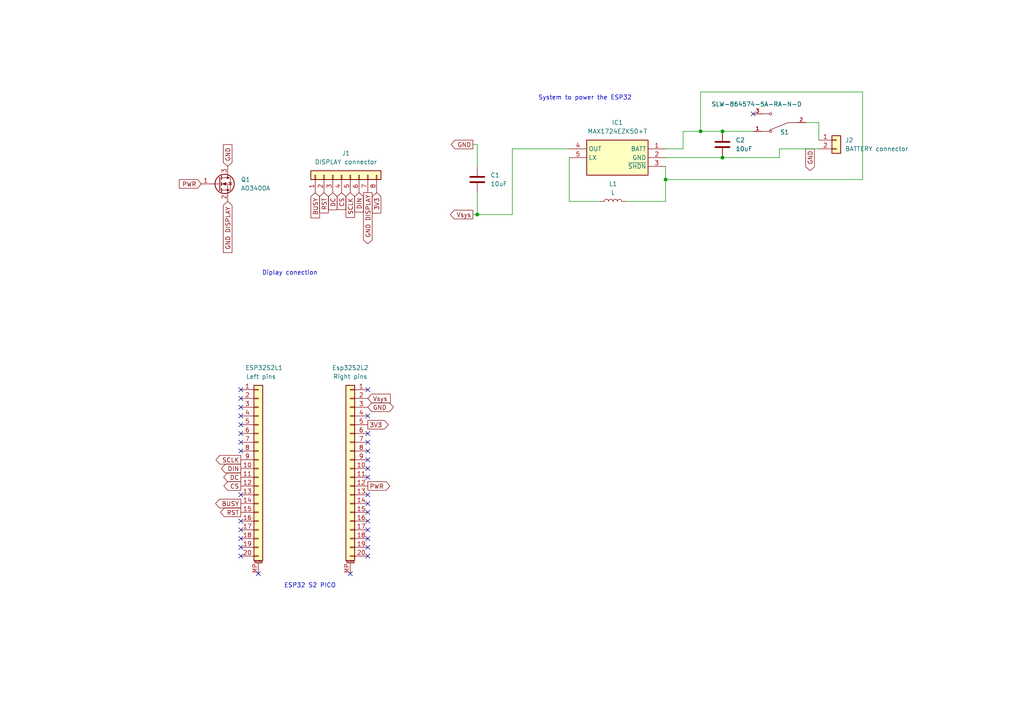
<source format=kicad_sch>
(kicad_sch (version 20250114) (generator "eeschema") (generator_version "9.0")
  (paper "A4")
  (title_block (title "PCB hat for esp 32 S2 pico"))
  (lib_symbols
    (symbol "Connector_Generic:Conn_01x02" (pin_names (offset 1.016) (hide yes))
      (property "Reference" "J" (at 0 2.54 0))
      (property "Value" "Conn_01x02" (at 0 -5.08 0))
      (symbol "Conn_01x02_1_1"
        (rectangle (start -1.27 1.27) (end 1.27 -3.81) (stroke (width 0.254)) (fill (type background)))
        (rectangle (start -1.27 0.127) (end 0 -0.127) (stroke (width 0.1524)))
        (rectangle (start -1.27 -2.413) (end 0 -2.667) (stroke (width 0.1524)))
        (pin passive line (at -5.08 0 0) (length 3.81) (name "Pin_1") (number "1"))
        (pin passive line (at -5.08 -2.54 0) (length 3.81) (name "Pin_2") (number "2"))
      )
    )
    (symbol "Connector_Generic:Conn_01x08" (pin_names (offset 1.016) (hide yes))
      (property "Reference" "J" (at 0 10.16 0))
      (property "Value" "Conn_01x08" (at 0 -12.7 0))
      (symbol "Conn_01x08_1_1"
        (rectangle (start -1.27 8.89) (end 1.27 -11.43) (stroke (width 0.254)) (fill (type background)))
        (rectangle (start -1.27 7.747) (end 0 7.493) (stroke (width 0.1524)))
        (rectangle (start -1.27 5.207) (end 0 4.953) (stroke (width 0.1524)))
        (rectangle (start -1.27 2.667) (end 0 2.413) (stroke (width 0.1524)))
        (rectangle (start -1.27 0.127) (end 0 -0.127) (stroke (width 0.1524)))
        (rectangle (start -1.27 -2.413) (end 0 -2.667) (stroke (width 0.1524)))
        (rectangle (start -1.27 -4.953) (end 0 -5.207) (stroke (width 0.1524)))
        (rectangle (start -1.27 -7.493) (end 0 -7.747) (stroke (width 0.1524)))
        (rectangle (start -1.27 -10.033) (end 0 -10.287) (stroke (width 0.1524)))
        (pin passive line (at -5.08 7.62 0) (length 3.81) (name "Pin_1") (number "1"))
        (pin passive line (at -5.08 5.08 0) (length 3.81) (name "Pin_2") (number "2"))
        (pin passive line (at -5.08 2.54 0) (length 3.81) (name "Pin_3") (number "3"))
        (pin passive line (at -5.08 0 0) (length 3.81) (name "Pin_4") (number "4"))
        (pin passive line (at -5.08 -2.54 0) (length 3.81) (name "Pin_5") (number "5"))
        (pin passive line (at -5.08 -5.08 0) (length 3.81) (name "Pin_6") (number "6"))
        (pin passive line (at -5.08 -7.62 0) (length 3.81) (name "Pin_7") (number "7"))
        (pin passive line (at -5.08 -10.16 0) (length 3.81) (name "Pin_8") (number "8"))
      )
    )
    (symbol "Connector_Generic_MountingPin:Conn_01x20_MountingPin" (pin_names (offset 1.016) (hide yes))
      (property "Reference" "J" (at 0 25.4 0))
      (property "Value" "Conn_01x20_MountingPin" (at 1.27 -27.94 0))
      (symbol "Conn_01x20_MountingPin_1_1"
        (rectangle (start -1.27 24.13) (end 1.27 -26.67) (stroke (width 0.254)) (fill (type background)))
        (rectangle (start -1.27 22.987) (end 0 22.733) (stroke (width 0.1524)))
        (rectangle (start -1.27 20.447) (end 0 20.193) (stroke (width 0.1524)))
        (rectangle (start -1.27 17.907) (end 0 17.653) (stroke (width 0.1524)))
        (rectangle (start -1.27 15.367) (end 0 15.113) (stroke (width 0.1524)))
        (rectangle (start -1.27 12.827) (end 0 12.573) (stroke (width 0.1524)))
        (rectangle (start -1.27 10.287) (end 0 10.033) (stroke (width 0.1524)))
        (rectangle (start -1.27 7.747) (end 0 7.493) (stroke (width 0.1524)))
        (rectangle (start -1.27 5.207) (end 0 4.953) (stroke (width 0.1524)))
        (rectangle (start -1.27 2.667) (end 0 2.413) (stroke (width 0.1524)))
        (rectangle (start -1.27 0.127) (end 0 -0.127) (stroke (width 0.1524)))
        (rectangle (start -1.27 -2.413) (end 0 -2.667) (stroke (width 0.1524)))
        (rectangle (start -1.27 -4.953) (end 0 -5.207) (stroke (width 0.1524)))
        (rectangle (start -1.27 -7.493) (end 0 -7.747) (stroke (width 0.1524)))
        (rectangle (start -1.27 -10.033) (end 0 -10.287) (stroke (width 0.1524)))
        (rectangle (start -1.27 -12.573) (end 0 -12.827) (stroke (width 0.1524)))
        (rectangle (start -1.27 -15.113) (end 0 -15.367) (stroke (width 0.1524)))
        (rectangle (start -1.27 -17.653) (end 0 -17.907) (stroke (width 0.1524)))
        (rectangle (start -1.27 -20.193) (end 0 -20.447) (stroke (width 0.1524)))
        (rectangle (start -1.27 -22.733) (end 0 -22.987) (stroke (width 0.1524)))
        (rectangle (start -1.27 -25.273) (end 0 -25.527) (stroke (width 0.1524)))
        (polyline (pts (xy -1.016 -27.432) (xy 1.016 -27.432)) (stroke (width 0.1524)))
        (text "Mounting" (at 0 -27.051 0) (effects (font (size 0.381 0.381))))
        (pin passive line (at -5.08 22.86 0) (length 3.81) (name "Pin_1") (number "1"))
        (pin passive line (at -5.08 20.32 0) (length 3.81) (name "Pin_2") (number "2"))
        (pin passive line (at -5.08 17.78 0) (length 3.81) (name "Pin_3") (number "3"))
        (pin passive line (at -5.08 15.24 0) (length 3.81) (name "Pin_4") (number "4"))
        (pin passive line (at -5.08 12.7 0) (length 3.81) (name "Pin_5") (number "5"))
        (pin passive line (at -5.08 10.16 0) (length 3.81) (name "Pin_6") (number "6"))
        (pin passive line (at -5.08 7.62 0) (length 3.81) (name "Pin_7") (number "7"))
        (pin passive line (at -5.08 5.08 0) (length 3.81) (name "Pin_8") (number "8"))
        (pin passive line (at -5.08 2.54 0) (length 3.81) (name "Pin_9") (number "9"))
        (pin passive line (at -5.08 0 0) (length 3.81) (name "Pin_10") (number "10"))
        (pin passive line (at -5.08 -2.54 0) (length 3.81) (name "Pin_11") (number "11"))
        (pin passive line (at -5.08 -5.08 0) (length 3.81) (name "Pin_12") (number "12"))
        (pin passive line (at -5.08 -7.62 0) (length 3.81) (name "Pin_13") (number "13"))
        (pin passive line (at -5.08 -10.16 0) (length 3.81) (name "Pin_14") (number "14"))
        (pin passive line (at -5.08 -12.7 0) (length 3.81) (name "Pin_15") (number "15"))
        (pin passive line (at -5.08 -15.24 0) (length 3.81) (name "Pin_16") (number "16"))
        (pin passive line (at -5.08 -17.78 0) (length 3.81) (name "Pin_17") (number "17"))
        (pin passive line (at -5.08 -20.32 0) (length 3.81) (name "Pin_18") (number "18"))
        (pin passive line (at -5.08 -22.86 0) (length 3.81) (name "Pin_19") (number "19"))
        (pin passive line (at -5.08 -25.4 0) (length 3.81) (name "Pin_20") (number "20"))
        (pin passive line (at 0 -30.48 90) (length 3.048) (name "MountPin") (number "MP"))
      )
    )
    (symbol "Device:C" (pin_numbers (hide yes)) (pin_names (offset 0.254))
      (property "Reference" "C" (at 0.635 2.54 0))
      (property "Value" "C" (at 0.635 -2.54 0))
      (symbol "C_0_1"
        (polyline (pts (xy -2.032 0.762) (xy 2.032 0.762)) (stroke (width 0.508)))
        (polyline (pts (xy -2.032 -0.762) (xy 2.032 -0.762)) (stroke (width 0.508)))
      )
      (symbol "C_1_1"
        (pin passive line (at 0 3.81 270) (length 2.794) (name "~") (number "1"))
        (pin passive line (at 0 -3.81 90) (length 2.794) (name "~") (number "2"))
      )
    )
    (symbol "Device:L" (pin_numbers (hide yes)) (pin_names (offset 1.016) (hide yes))
      (property "Reference" "L" (at -1.27 0 90))
      (property "Value" "L" (at 1.905 0 90))
      (symbol "L_0_1"
        (arc (start 0 2.54) (mid 0.6323 1.905) (end 0 1.27))
        (arc (start 0 1.27) (mid 0.6323 0.635) (end 0 0))
        (arc (start 0 0) (mid 0.6323 -0.635) (end 0 -1.27))
        (arc (start 0 -1.27) (mid 0.6323 -1.905) (end 0 -2.54))
      )
      (symbol "L_1_1"
        (pin passive line (at 0 3.81 270) (length 1.27) (name "1") (number "1"))
        (pin passive line (at 0 -3.81 90) (length 1.27) (name "2") (number "2"))
      )
    )
    (symbol "MAX1724EZK50+T:MAX1724EZK50+T"
      (property "Reference" "IC" (at 24.13 7.62 0))
      (property "Value" "MAX1724EZK50+T" (at 24.13 5.08 0))
      (symbol "MAX1724EZK50+T_1_1"
        (rectangle (start 5.08 2.54) (end 22.86 -7.62) (stroke (width 0.254)) (fill (type background)))
        (pin passive line (at 0 0 0) (length 5.08) (name "BATT") (number "1"))
        (pin passive line (at 0 -2.54 0) (length 5.08) (name "GND") (number "2"))
        (pin passive line (at 0 -5.08 0) (length 5.08) (name "~{SHDN}") (number "3"))
        (pin passive line (at 27.94 0 180) (length 5.08) (name "OUT") (number "4"))
        (pin passive line (at 27.94 -2.54 180) (length 5.08) (name "LX") (number "5"))
      )
    )
    (symbol "SLW-864574-5A-RA-N-D:SLW-864574-5A-RA-N-D" (pin_names (offset 1.016))
      (property "Reference" "S" (at -2.54 5.08 0))
      (property "Value" "SLW-864574-5A-RA-N-D" (at -2.54 -5.08 0))
      (symbol "SLW-864574-5A-RA-N-D_0_0"
        (polyline (pts (xy -2.54 0) (xy -5.08 0)) (stroke (width 0.1524)))
        (polyline (pts (xy -2.54 0) (xy 2.794 2.1336)) (stroke (width 0.1524)))
        (circle (center 2.54 2.54) (radius 0.3302) (stroke (width 0.1524)))
        (circle (center 2.54 -2.54) (radius 0.3302) (stroke (width 0.1524)))
        (polyline (pts (xy 5.08 2.54) (xy 2.921 2.54)) (stroke (width 0.1524)))
        (polyline (pts (xy 5.08 -2.54) (xy 2.921 -2.54)) (stroke (width 0.1524)))
        (pin passive line (at -7.62 0 0) (length 2.54) (name "~") (number "2"))
        (pin passive line (at 7.62 2.54 180) (length 2.54) (name "~") (number "1"))
        (pin passive line (at 7.62 -2.54 180) (length 2.54) (name "~") (number "3"))
      )
    )
    (symbol "Transistor_FET:AO3400A" (pin_names (hide yes))
      (property "Reference" "Q" (at 5.08 1.905 0))
      (property "Value" "AO3400A" (at 5.08 0 0))
      (symbol "AO3400A_0_1"
        (polyline (pts (xy 0.254 1.905) (xy 0.254 -1.905)) (stroke (width 0.254)))
        (polyline (pts (xy 0.254 0) (xy -2.54 0)))
        (polyline (pts (xy 0.762 2.286) (xy 0.762 1.27)) (stroke (width 0.254)))
        (polyline (pts (xy 0.762 0.508) (xy 0.762 -0.508)) (stroke (width 0.254)))
        (polyline (pts (xy 0.762 -1.27) (xy 0.762 -2.286)) (stroke (width 0.254)))
        (polyline (pts (xy 0.762 -1.778) (xy 3.302 -1.778) (xy 3.302 1.778) (xy 0.762 1.778)))
        (polyline (pts (xy 1.016 0) (xy 2.032 0.381) (xy 2.032 -0.381) (xy 1.016 0)) (fill (type outline)))
        (circle (center 1.651 0) (radius 2.794) (stroke (width 0.254)))
        (polyline (pts (xy 2.54 2.54) (xy 2.54 1.778)))
        (circle (center 2.54 1.778) (radius 0.254) (fill (type outline)))
        (circle (center 2.54 -1.778) (radius 0.254) (fill (type outline)))
        (polyline (pts (xy 2.54 -2.54) (xy 2.54 0) (xy 0.762 0)))
        (polyline (pts (xy 2.794 0.508) (xy 2.921 0.381) (xy 3.683 0.381) (xy 3.81 0.254)))
        (polyline (pts (xy 3.302 0.381) (xy 2.921 -0.254) (xy 3.683 -0.254) (xy 3.302 0.381)))
      )
      (symbol "AO3400A_1_1"
        (pin input line (at -5.08 0 0) (length 2.54) (name "G") (number "1"))
        (pin passive line (at 2.54 5.08 270) (length 2.54) (name "D") (number "3"))
        (pin passive line (at 2.54 -5.08 90) (length 2.54) (name "S") (number "2"))
      )
    )
  )
  (text "System to power the ESP32 " (at 170.18 28.448 0) (effects (font (size 1.27 1.27))))
  (text "Diplay conection" (at 84.074 79.248 0) (effects (font (size 1.27 1.27))))
  (text "ESP32 S2 PICO" (at 89.916 169.926 0) (effects (font (size 1.27 1.27))))
  (junction (at 193.04 52.07))
  (junction (at 209.55 38.1))
  (junction (at 209.55 45.72))
  (junction (at 203.2 38.1))
  (junction (at 138.43 62.23))
  (no_connect (at 106.68 125.73))
  (no_connect (at 106.68 143.51))
  (no_connect (at 106.68 146.05))
  (no_connect (at 106.68 120.65))
  (no_connect (at 106.68 130.81))
  (no_connect (at 69.85 120.65))
  (no_connect (at 69.85 151.13))
  (no_connect (at 106.68 151.13))
  (no_connect (at 101.6 166.37))
  (no_connect (at 69.85 156.21))
  (no_connect (at 106.68 156.21))
  (no_connect (at 106.68 113.03))
  (no_connect (at 69.85 130.81))
  (no_connect (at 106.68 148.59))
  (no_connect (at 74.93 166.37))
  (no_connect (at 69.85 118.11))
  (no_connect (at 218.44 33.02))
  (no_connect (at 106.68 133.35))
  (no_connect (at 106.68 128.27))
  (no_connect (at 69.85 161.29))
  (no_connect (at 106.68 135.89))
  (no_connect (at 69.85 153.67))
  (no_connect (at 69.85 143.51))
  (no_connect (at 106.68 161.29))
  (no_connect (at 69.85 113.03))
  (no_connect (at 69.85 123.19))
  (no_connect (at 69.85 125.73))
  (no_connect (at 69.85 115.57))
  (no_connect (at 106.68 158.75))
  (no_connect (at 106.68 138.43))
  (no_connect (at 69.85 128.27))
  (no_connect (at 69.85 158.75))
  (no_connect (at 106.68 153.67))
  (wire (pts (xy 138.43 62.23) (xy 148.59 62.23)))
  (wire (pts (xy 209.55 45.72) (xy 193.04 45.72)))
  (wire (pts (xy 193.04 52.07) (xy 193.04 58.42)))
  (wire (pts (xy 250.19 26.67) (xy 250.19 52.07)))
  (wire (pts (xy 138.43 55.88) (xy 138.43 62.23)))
  (wire (pts (xy 233.68 35.56) (xy 237.49 35.56)))
  (wire (pts (xy 137.16 41.91) (xy 138.43 41.91)))
  (wire (pts (xy 148.59 43.18) (xy 165.1 43.18)))
  (wire (pts (xy 237.49 40.64) (xy 237.49 35.56)))
  (wire (pts (xy 198.12 43.18) (xy 198.12 38.1)))
  (wire (pts (xy 138.43 41.91) (xy 138.43 48.26)))
  (wire (pts (xy 198.12 38.1) (xy 203.2 38.1)))
  (wire (pts (xy 137.16 62.23) (xy 138.43 62.23)))
  (wire (pts (xy 209.55 38.1) (xy 218.44 38.1)))
  (wire (pts (xy 203.2 38.1) (xy 209.55 38.1)))
  (wire (pts (xy 226.06 43.18) (xy 237.49 43.18)))
  (wire (pts (xy 226.06 43.18) (xy 226.06 45.72)))
  (wire (pts (xy 203.2 26.67) (xy 203.2 38.1)))
  (wire (pts (xy 193.04 52.07) (xy 193.04 48.26)))
  (wire (pts (xy 173.99 58.42) (xy 165.1 58.42)))
  (wire (pts (xy 165.1 58.42) (xy 165.1 45.72)))
  (wire (pts (xy 193.04 43.18) (xy 198.12 43.18)))
  (wire (pts (xy 148.59 43.18) (xy 148.59 62.23)))
  (wire (pts (xy 193.04 52.07) (xy 250.19 52.07)))
  (wire (pts (xy 226.06 45.72) (xy 209.55 45.72)))
  (wire (pts (xy 250.19 26.67) (xy 203.2 26.67)))
  (wire (pts (xy 181.61 58.42) (xy 193.04 58.42)))
  (global_label "GND" (shape bidirectional) (at 106.68 118.11 0) (property "Intersheetrefs" "${INTERSHEET_REFS}" (effects (hide yes))))
  (global_label "SCLK" (shape output) (at 69.85 133.35 180) (property "Intersheetrefs" "${INTERSHEET_REFS}" (effects (hide yes))))
  (global_label "PWR" (shape output) (at 106.68 140.97 0) (property "Intersheetrefs" "${INTERSHEET_REFS}" (effects (hide yes))))
  (global_label "PWR" (shape input) (at 58.42 53.34 180) (property "Intersheetrefs" "${INTERSHEET_REFS}" (effects (hide yes))))
  (global_label "Vsys" (shape output) (at 137.16 62.23 180) (property "Intersheetrefs" "${INTERSHEET_REFS}" (effects (hide yes))))
  (global_label "3V3" (shape output) (at 106.68 123.19 0) (property "Intersheetrefs" "${INTERSHEET_REFS}" (effects (hide yes))))
  (global_label "GND" (shape output) (at 234.95 43.18 270) (property "Intersheetrefs" "${INTERSHEET_REFS}" (effects (hide yes))))
  (global_label "Vsys" (shape input) (at 106.68 115.57 0) (property "Intersheetrefs" "${INTERSHEET_REFS}" (effects (hide yes))))
  (global_label "GND" (shape input) (at 66.04 48.26 90) (property "Intersheetrefs" "${INTERSHEET_REFS}" (effects (hide yes))))
  (global_label "GND DISPLAY" (shape input) (at 66.04 58.42 270) (property "Intersheetrefs" "${INTERSHEET_REFS}" (effects (hide yes))))
  (global_label "DIN" (shape input) (at 104.14 55.88 270) (property "Intersheetrefs" "${INTERSHEET_REFS}" (effects (hide yes))))
  (global_label "3V3" (shape input) (at 109.22 55.88 270) (property "Intersheetrefs" "${INTERSHEET_REFS}" (effects (hide yes))))
  (global_label "CS" (shape output) (at 69.85 140.97 180) (property "Intersheetrefs" "${INTERSHEET_REFS}" (effects (hide yes))))
  (global_label "RST" (shape input) (at 93.98 55.88 270) (property "Intersheetrefs" "${INTERSHEET_REFS}" (effects (hide yes))))
  (global_label "DIN" (shape output) (at 69.85 135.89 180) (property "Intersheetrefs" "${INTERSHEET_REFS}" (effects (hide yes))))
  (global_label "SCLK" (shape input) (at 101.6 55.88 270) (property "Intersheetrefs" "${INTERSHEET_REFS}" (effects (hide yes))))
  (global_label "BUSY" (shape output) (at 69.85 146.05 180) (property "Intersheetrefs" "${INTERSHEET_REFS}" (effects (hide yes))))
  (global_label "GND DISPLAY" (shape output) (at 106.68 55.88 270) (property "Intersheetrefs" "${INTERSHEET_REFS}" (effects (hide yes))))
  (global_label "DC" (shape output) (at 69.85 138.43 180) (property "Intersheetrefs" "${INTERSHEET_REFS}" (effects (hide yes))))
  (global_label "CS" (shape input) (at 99.06 55.88 270) (property "Intersheetrefs" "${INTERSHEET_REFS}" (effects (hide yes))))
  (global_label "GND" (shape output) (at 137.16 41.91 180) (property "Intersheetrefs" "${INTERSHEET_REFS}" (effects (hide yes))))
  (global_label "BUSY" (shape input) (at 91.44 55.88 270) (property "Intersheetrefs" "${INTERSHEET_REFS}" (effects (hide yes))))
  (global_label "RST" (shape output) (at 69.85 148.59 180) (property "Intersheetrefs" "${INTERSHEET_REFS}" (effects (hide yes))))
  (global_label "DC" (shape input) (at 96.52 55.88 270) (property "Intersheetrefs" "${INTERSHEET_REFS}" (effects (hide yes))))
  (symbol (lib_id "SLW-864574-5A-RA-N-D:SLW-864574-5A-RA-N-D") (at 226.06 35.56 180) (unit 1)
    (property "Reference" "S1" (at 227.584 38.354 0))
    (property "Value" "SLW-864574-5A-RA-N-D" (at 219.456 30.226 0))
    (property "Footprint" "Library:SW_SLW-864574-5A-RA-N-D" (effects (hide yes)))
    (property "MF" "Same Sky" (effects (hide yes)))
    (property "Description_1" "8.6 x 4.5 x 6.2 mm, 5 mm Raised Slide Actuator, Right Angle, Through Hole, Slide Switch" (effects (hide yes)))
    (property "Package" "None" (effects (hide yes)))
    (property "Price" "None" (effects (hide yes)))
    (property "Check_prices" "https://www.snapeda.com/parts/SLW-864574-5A-RA-N-D/Same+Sky/view-part/?ref=eda" (effects (hide yes)))
    (property "STANDARD" "Manufacturer Recommendations" (effects (hide yes)))
    (property "PARTREV" "1.01" (effects (hide yes)))
    (property "SnapEDA_Link" "https://www.snapeda.com/parts/SLW-864574-5A-RA-N-D/Same+Sky/view-part/?ref=snap" (effects (hide yes)))
    (property "MP" "SLW-864574-5A-RA-N-D" (effects (hide yes)))
    (property "Availability" "In Stock" (effects (hide yes)))
    (property "MANUFACTURER" "Same Sky" (effects (hide yes)))
  )
  (symbol (lib_id "Connector_Generic:Conn_01x02") (at 242.57 40.64 0) (unit 1)
    (property "Reference" "J2" (at 245.11 40.6399 0) (effects (justify left)))
    (property "Value" "BATTERY connector" (at 245.11 43.1799 0) (effects (justify left)))
    (property "Footprint" "Connector_JST:JST_PH_S2B-PH-SM4-TB_1x02-1MP_P2.00mm_Horizontal" (effects (hide yes)))
    (property "Description" "Generic connector, single row, 01x02, script generated (kicad-library-utils/schlib/autogen/connector/)" (effects (hide yes)))
  )
  (symbol (lib_id "MAX1724EZK50+T:MAX1724EZK50+T") (at 193.04 43.18 0) (mirror y) (unit 1)
    (property "Reference" "IC1" (at 179.07 35.56 0))
    (property "Value" "MAX1724EZK50+T" (at 179.07 38.1 0))
    (property "Footprint" "Library:SOT95P275X110-5N" (effects (hide yes)))
    (property "Datasheet" "https://www.analog.com/media/en/technical-documentation/data-sheets/max1722-max1724.pdf" (effects (hide yes)))
    (property "Description" "1.5A IQ, Step-Up DC-DC Converters  in Thin SOT23-5" (effects (hide yes)))
    (property "Height" "1.1" (effects (hide yes)))
    (property "Mouser Part Number" "700-MAX1724EZK50T" (effects (hide yes)))
    (property "Mouser Price/Stock" "https://www.mouser.co.uk/ProductDetail/Analog-Devices-Maxim-Integrated/MAX1724EZK50%2bT?qs=1THa7WoU59EvvG1ye0TdGQ%3D%3D" (effects (hide yes)))
    (property "Manufacturer_Name" "Analog Devices" (effects (hide yes)))
    (property "Manufacturer_Part_Number" "MAX1724EZK50+T" (effects (hide yes)))
  )
  (symbol (lib_id "Device:C") (at 138.43 52.07 0) (unit 1)
    (property "Reference" "C1" (at 142.24 50.7999 0) (effects (justify left)))
    (property "Value" "10uF" (at 142.24 53.3399 0) (effects (justify left)))
    (property "Footprint" "Capacitor_SMD:C_0805_2012Metric" (effects (hide yes)))
    (property "Description" "Unpolarized capacitor" (effects (hide yes)))
  )
  (symbol (lib_id "Device:C") (at 209.55 41.91 0) (unit 1)
    (property "Reference" "C2" (at 213.36 40.6399 0) (effects (justify left)))
    (property "Value" "10uF" (at 213.36 43.1799 0) (effects (justify left)))
    (property "Footprint" "Capacitor_SMD:C_0805_2012Metric" (effects (hide yes)))
    (property "Description" "Unpolarized capacitor" (effects (hide yes)))
  )
  (symbol (lib_id "Device:L") (at 177.8 58.42 90) (unit 1)
    (property "Reference" "L1" (at 177.8 53.34 90))
    (property "Value" "L" (at 177.8 55.88 90))
    (property "Footprint" "Library:SRR1260100M" (effects (hide yes)))
    (property "Description" "Inductor" (effects (hide yes)))
  )
  (symbol (lib_id "Connector_Generic_MountingPin:Conn_01x20_MountingPin") (at 74.93 135.89 0) (unit 1)
    (property "Reference" "ESP32S2L1" (at 71.12 106.68 0) (effects (justify left)))
    (property "Value" "Left pins" (at 71.374 109.22 0) (effects (justify left)))
    (property "Footprint" "Connector_PinSocket_2.54mm:PinSocket_1x20_P2.54mm_Vertical" (effects (hide yes)))
    (property "Description" "Generic connectable mounting pin connector, single row, 01x20, script generated (kicad-library-utils/schlib/autogen/connector/)" (effects (hide yes)))
  )
  (symbol (lib_id "Connector_Generic_MountingPin:Conn_01x20_MountingPin") (at 101.6 135.89 0) (mirror y) (unit 1)
    (property "Reference" "Esp32S2L2" (at 101.6 106.68 0))
    (property "Value" "Right pins" (at 101.6 109.22 0))
    (property "Footprint" "Connector_PinSocket_2.54mm:PinSocket_1x20_P2.54mm_Vertical" (effects (hide yes)))
    (property "Description" "Generic connectable mounting pin connector, single row, 01x20, script generated (kicad-library-utils/schlib/autogen/connector/)" (effects (hide yes)))
  )
  (symbol (lib_id "Transistor_FET:AO3400A") (at 63.5 53.34 0) (unit 1)
    (property "Reference" "Q1" (at 69.85 52.0699 0) (effects (justify left)))
    (property "Value" "AO3400A" (at 69.85 54.6099 0) (effects (justify left)))
    (property "Footprint" "Package_TO_SOT_SMD:SOT-23" (effects (hide yes)))
    (property "Datasheet" "http://www.aosmd.com/pdfs/datasheet/AO3400A.pdf" (effects (hide yes)))
    (property "Description" "30V Vds, 5.7A Id, N-Channel MOSFET, SOT-23" (effects (hide yes)))
  )
  (symbol (lib_id "Connector_Generic:Conn_01x08") (at 99.06 50.8 90) (unit 1)
    (property "Reference" "J1" (at 100.33 44.45 90))
    (property "Value" "DISPLAY connector" (at 100.33 46.99 90))
    (property "Footprint" "Connector_PinHeader_2.54mm:PinHeader_1x08_P2.54mm_Horizontal" (effects (hide yes)))
    (property "Description" "Generic connector, single row, 01x08, script generated (kicad-library-utils/schlib/autogen/connector/)" (effects (hide yes)))
  )
)
</source>
